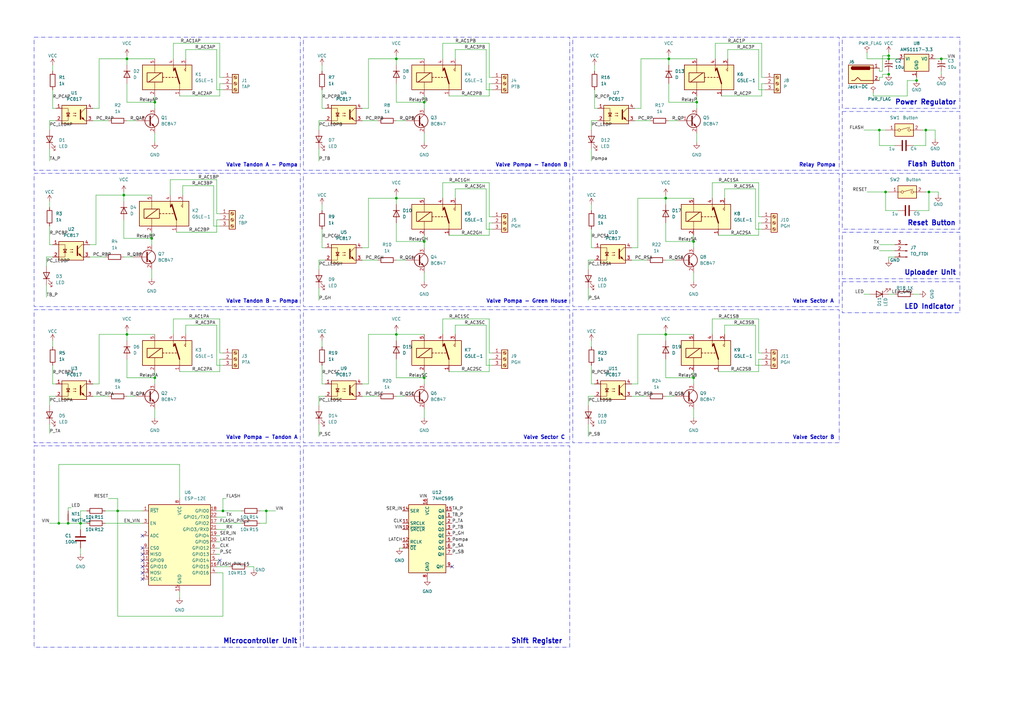
<source format=kicad_sch>
(kicad_sch (version 20230121) (generator eeschema)
  (paper "A3")
  (junction (at 62.23 97.79))
  (junction (at 273.05 81.28))
  (junction (at 52.07 24.13))
  (junction (at 274.32 24.13))
  (junction (at 52.07 137.16))
  (junction (at 162.56 24.13))
  (junction (at 173.99 41.91))
  (junction (at 173.99 99.06))
  (junction (at 284.48 99.06))
  (junction (at 162.56 81.28))
  (junction (at 27.94 214.63))
  (junction (at 379.73 53.34))
  (junction (at 50.8 80.01))
  (junction (at 364.49 24.13))
  (junction (at 285.75 41.91))
  (junction (at 109.22 209.55))
  (junction (at 63.5 41.91))
  (junction (at 364.49 30.48))
  (junction (at 173.99 154.94))
  (junction (at 48.26 209.55))
  (junction (at 24.13 214.63))
  (junction (at 381 78.74))
  (junction (at 375.92 33.02))
  (junction (at 63.5 154.94))
  (junction (at 273.05 137.16))
  (junction (at 364.49 22.86))
  (junction (at 284.48 154.94))
  (junction (at 33.02 214.63))
  (junction (at 363.22 78.74))
  (junction (at 91.44 209.55))
  (junction (at 162.56 137.16))
  (junction (at 386.08 24.13))
  (junction (at 360.68 53.34))
  (no_connect (at 58.42 224.79))
  (no_connect (at 58.42 234.95))
  (no_connect (at 58.42 229.87))
  (no_connect (at 58.42 227.33))
  (no_connect (at 58.42 232.41))
  (no_connect (at 58.42 219.71))
  (no_connect (at 58.42 237.49))
  (no_connect (at 185.42 232.41))
  (no_connect (at 90.17 229.87))
  (wire (pts (xy 52.07 137.16) (xy 52.07 139.7)))
  (wire (pts (xy 76.2 24.13) (xy 76.2 20.32)))
  (wire (pts (xy 284.48 154.94) (xy 273.05 154.94)))
  (wire (pts (xy 261.62 81.28) (xy 273.05 81.28)))
  (wire (pts (xy 88.9 149.86) (xy 91.44 149.86)))
  (wire (pts (xy 364.49 21.59) (xy 364.49 22.86)))
  (wire (pts (xy 35.56 209.55) (xy 33.02 209.55)))
  (wire (pts (xy 294.64 152.4) (xy 311.15 152.4)))
  (wire (pts (xy 76.2 20.32) (xy 88.9 20.32)))
  (wire (pts (xy 76.2 137.16) (xy 76.2 133.35)))
  (wire (pts (xy 312.42 34.29) (xy 313.69 34.29)))
  (wire (pts (xy 200.66 31.75) (xy 201.93 31.75)))
  (wire (pts (xy 50.8 80.01) (xy 50.8 82.55)))
  (wire (pts (xy 292.1 137.16) (xy 292.1 130.81)))
  (wire (pts (xy 90.17 152.4) (xy 90.17 147.32)))
  (wire (pts (xy 311.15 74.93) (xy 311.15 88.9)))
  (wire (pts (xy 69.85 73.66) (xy 88.9 73.66)))
  (wire (pts (xy 20.32 173.99) (xy 20.32 177.8)))
  (wire (pts (xy 186.69 77.47) (xy 199.39 77.47)))
  (wire (pts (xy 295.91 39.37) (xy 312.42 39.37)))
  (wire (pts (xy 293.37 17.78) (xy 312.42 17.78)))
  (wire (pts (xy 88.9 219.71) (xy 90.17 219.71)))
  (wire (pts (xy 181.61 137.16) (xy 181.61 130.81)))
  (wire (pts (xy 63.5 54.61) (xy 63.5 58.42)))
  (wire (pts (xy 48.26 204.47) (xy 48.26 209.55)))
  (wire (pts (xy 40.64 24.13) (xy 40.64 44.45)))
  (wire (pts (xy 132.08 149.86) (xy 132.08 157.48)))
  (wire (pts (xy 88.9 214.63) (xy 99.06 214.63)))
  (wire (pts (xy 297.18 81.28) (xy 297.18 77.47)))
  (wire (pts (xy 181.61 24.13) (xy 181.61 17.78)))
  (wire (pts (xy 151.13 81.28) (xy 162.56 81.28)))
  (wire (pts (xy 162.56 49.53) (xy 166.37 49.53)))
  (wire (pts (xy 241.3 110.49) (xy 241.3 106.68)))
  (wire (pts (xy 87.63 92.71) (xy 90.17 92.71)))
  (wire (pts (xy 360.68 59.69) (xy 360.68 53.34)))
  (wire (pts (xy 50.8 80.01) (xy 62.23 80.01)))
  (wire (pts (xy 88.9 90.17) (xy 90.17 90.17)))
  (wire (pts (xy 361.95 31.75) (xy 361.95 30.48)))
  (wire (pts (xy 372.11 33.02) (xy 375.92 33.02)))
  (wire (pts (xy 39.37 100.33) (xy 36.83 100.33)))
  (wire (pts (xy 354.33 120.65) (xy 356.87 120.65)))
  (wire (pts (xy 386.08 24.13) (xy 388.62 24.13)))
  (wire (pts (xy 274.32 49.53) (xy 278.13 49.53)))
  (wire (pts (xy 262.89 24.13) (xy 274.32 24.13)))
  (wire (pts (xy 162.56 137.16) (xy 173.99 137.16)))
  (wire (pts (xy 311.15 96.52) (xy 311.15 91.44)))
  (wire (pts (xy 50.8 78.74) (xy 50.8 80.01)))
  (wire (pts (xy 364.49 78.74) (xy 363.22 78.74)))
  (wire (pts (xy 309.88 149.86) (xy 312.42 149.86)))
  (wire (pts (xy 74.93 80.01) (xy 74.93 76.2)))
  (wire (pts (xy 44.45 204.47) (xy 48.26 204.47)))
  (wire (pts (xy 358.14 39.37) (xy 372.11 39.37)))
  (wire (pts (xy 273.05 106.68) (xy 276.86 106.68)))
  (wire (pts (xy 186.69 81.28) (xy 186.69 77.47)))
  (wire (pts (xy 199.39 133.35) (xy 199.39 149.86)))
  (wire (pts (xy 274.32 41.91) (xy 274.32 34.29)))
  (wire (pts (xy 162.56 99.06) (xy 162.56 91.44)))
  (wire (pts (xy 101.6 232.41) (xy 104.14 232.41)))
  (wire (pts (xy 130.81 118.11) (xy 130.81 123.19)))
  (wire (pts (xy 364.49 22.86) (xy 364.49 24.13)))
  (wire (pts (xy 243.84 44.45) (xy 245.11 44.45)))
  (wire (pts (xy 162.56 41.91) (xy 162.56 34.29)))
  (wire (pts (xy 151.13 101.6) (xy 148.59 101.6)))
  (wire (pts (xy 173.99 39.37) (xy 173.99 41.91)))
  (wire (pts (xy 132.08 157.48) (xy 133.35 157.48)))
  (wire (pts (xy 200.66 147.32) (xy 201.93 147.32)))
  (wire (pts (xy 21.59 149.86) (xy 21.59 157.48)))
  (wire (pts (xy 241.3 118.11) (xy 241.3 123.19)))
  (wire (pts (xy 130.81 53.34) (xy 130.81 49.53)))
  (wire (pts (xy 241.3 162.56) (xy 243.84 162.56)))
  (wire (pts (xy 309.88 133.35) (xy 309.88 149.86)))
  (wire (pts (xy 284.48 99.06) (xy 273.05 99.06)))
  (wire (pts (xy 63.5 154.94) (xy 52.07 154.94)))
  (wire (pts (xy 21.59 26.67) (xy 21.59 29.21)))
  (wire (pts (xy 379.73 59.69) (xy 379.73 53.34)))
  (wire (pts (xy 311.15 144.78) (xy 312.42 144.78)))
  (wire (pts (xy 361.95 31.75) (xy 360.68 31.75)))
  (wire (pts (xy 200.66 74.93) (xy 200.66 88.9)))
  (wire (pts (xy 243.84 36.83) (xy 243.84 44.45)))
  (wire (pts (xy 285.75 41.91) (xy 274.32 41.91)))
  (wire (pts (xy 181.61 81.28) (xy 181.61 74.93)))
  (wire (pts (xy 173.99 154.94) (xy 173.99 157.48)))
  (wire (pts (xy 151.13 24.13) (xy 162.56 24.13)))
  (wire (pts (xy 130.81 49.53) (xy 133.35 49.53)))
  (wire (pts (xy 63.5 41.91) (xy 52.07 41.91)))
  (wire (pts (xy 69.85 80.01) (xy 69.85 73.66)))
  (wire (pts (xy 381 86.36) (xy 381 78.74)))
  (wire (pts (xy 311.15 147.32) (xy 312.42 147.32)))
  (wire (pts (xy 360.68 31.75) (xy 360.68 33.02)))
  (wire (pts (xy 284.48 167.64) (xy 284.48 171.45)))
  (wire (pts (xy 132.08 26.67) (xy 132.08 29.21)))
  (wire (pts (xy 311.15 88.9) (xy 312.42 88.9)))
  (wire (pts (xy 88.9 217.17) (xy 92.71 217.17)))
  (wire (pts (xy 20.32 100.33) (xy 21.59 100.33)))
  (wire (pts (xy 62.23 110.49) (xy 62.23 114.3)))
  (wire (pts (xy 273.05 80.01) (xy 273.05 81.28)))
  (wire (pts (xy 130.81 166.37) (xy 130.81 162.56)))
  (wire (pts (xy 76.2 133.35) (xy 88.9 133.35)))
  (wire (pts (xy 63.5 152.4) (xy 63.5 154.94)))
  (wire (pts (xy 52.07 49.53) (xy 55.88 49.53)))
  (wire (pts (xy 358.14 39.37) (xy 358.14 38.1)))
  (wire (pts (xy 364.49 105.41) (xy 367.03 105.41)))
  (wire (pts (xy 132.08 36.83) (xy 132.08 44.45)))
  (wire (pts (xy 312.42 39.37) (xy 312.42 34.29)))
  (wire (pts (xy 384.81 80.01) (xy 384.81 78.74)))
  (wire (pts (xy 311.15 36.83) (xy 313.69 36.83)))
  (wire (pts (xy 38.1 162.56) (xy 44.45 162.56)))
  (wire (pts (xy 162.56 24.13) (xy 162.56 26.67)))
  (wire (pts (xy 88.9 229.87) (xy 90.17 229.87)))
  (wire (pts (xy 132.08 139.7) (xy 132.08 142.24)))
  (wire (pts (xy 88.9 224.79) (xy 90.17 224.79)))
  (wire (pts (xy 311.15 130.81) (xy 311.15 144.78)))
  (wire (pts (xy 361.95 29.21) (xy 360.68 29.21)))
  (wire (pts (xy 298.45 20.32) (xy 311.15 20.32)))
  (wire (pts (xy 181.61 130.81) (xy 200.66 130.81)))
  (wire (pts (xy 88.9 95.25) (xy 88.9 90.17)))
  (wire (pts (xy 130.81 173.99) (xy 130.81 179.07)))
  (wire (pts (xy 292.1 74.93) (xy 311.15 74.93)))
  (wire (pts (xy 294.64 96.52) (xy 311.15 96.52)))
  (wire (pts (xy 181.61 17.78) (xy 200.66 17.78)))
  (wire (pts (xy 361.95 30.48) (xy 364.49 30.48)))
  (wire (pts (xy 63.5 154.94) (xy 63.5 157.48)))
  (wire (pts (xy 242.57 53.34) (xy 242.57 49.53)))
  (wire (pts (xy 383.54 53.34) (xy 383.54 57.15)))
  (wire (pts (xy 360.68 100.33) (xy 367.03 100.33)))
  (wire (pts (xy 130.81 60.96) (xy 130.81 66.04)))
  (wire (pts (xy 33.02 224.79) (xy 33.02 227.33)))
  (wire (pts (xy 33.02 214.63) (xy 35.56 214.63)))
  (wire (pts (xy 48.26 209.55) (xy 48.26 252.73)))
  (wire (pts (xy 379.73 53.34) (xy 383.54 53.34)))
  (wire (pts (xy 148.59 106.68) (xy 154.94 106.68)))
  (wire (pts (xy 63.5 39.37) (xy 63.5 41.91)))
  (wire (pts (xy 19.05 105.41) (xy 21.59 105.41)))
  (wire (pts (xy 261.62 137.16) (xy 261.62 157.48)))
  (wire (pts (xy 241.3 166.37) (xy 241.3 162.56)))
  (wire (pts (xy 33.02 214.63) (xy 33.02 217.17)))
  (wire (pts (xy 364.49 29.21) (xy 364.49 30.48)))
  (wire (pts (xy 39.37 80.01) (xy 50.8 80.01)))
  (wire (pts (xy 199.39 149.86) (xy 201.93 149.86)))
  (wire (pts (xy 62.23 97.79) (xy 50.8 97.79)))
  (wire (pts (xy 242.57 49.53) (xy 245.11 49.53)))
  (wire (pts (xy 311.15 91.44) (xy 312.42 91.44)))
  (wire (pts (xy 311.15 20.32) (xy 311.15 36.83)))
  (wire (pts (xy 364.49 120.65) (xy 367.03 120.65)))
  (wire (pts (xy 381 78.74) (xy 384.81 78.74)))
  (wire (pts (xy 88.9 234.95) (xy 91.44 234.95)))
  (wire (pts (xy 309.88 93.98) (xy 312.42 93.98)))
  (wire (pts (xy 38.1 49.53) (xy 44.45 49.53)))
  (wire (pts (xy 132.08 93.98) (xy 132.08 101.6)))
  (wire (pts (xy 284.48 152.4) (xy 284.48 154.94)))
  (wire (pts (xy 261.62 137.16) (xy 273.05 137.16)))
  (wire (pts (xy 20.32 82.55) (xy 20.32 85.09)))
  (wire (pts (xy 242.57 149.86) (xy 242.57 157.48)))
  (wire (pts (xy 311.15 152.4) (xy 311.15 147.32)))
  (wire (pts (xy 173.99 99.06) (xy 173.99 101.6)))
  (wire (pts (xy 375.92 86.36) (xy 381 86.36)))
  (wire (pts (xy 88.9 212.09) (xy 92.71 212.09)))
  (wire (pts (xy 242.57 93.98) (xy 242.57 101.6)))
  (wire (pts (xy 132.08 101.6) (xy 133.35 101.6)))
  (wire (pts (xy 90.17 144.78) (xy 91.44 144.78)))
  (wire (pts (xy 52.07 22.86) (xy 52.07 24.13)))
  (wire (pts (xy 162.56 22.86) (xy 162.56 24.13)))
  (wire (pts (xy 43.18 214.63) (xy 58.42 214.63)))
  (wire (pts (xy 285.75 39.37) (xy 285.75 41.91)))
  (wire (pts (xy 173.99 41.91) (xy 173.99 44.45)))
  (wire (pts (xy 40.64 24.13) (xy 52.07 24.13)))
  (wire (pts (xy 88.9 227.33) (xy 90.17 227.33)))
  (wire (pts (xy 298.45 24.13) (xy 298.45 20.32)))
  (wire (pts (xy 162.56 81.28) (xy 162.56 83.82)))
  (wire (pts (xy 162.56 24.13) (xy 173.99 24.13)))
  (wire (pts (xy 20.32 53.34) (xy 20.32 49.53)))
  (wire (pts (xy 72.39 95.25) (xy 88.9 95.25)))
  (wire (pts (xy 259.08 106.68) (xy 265.43 106.68)))
  (wire (pts (xy 151.13 24.13) (xy 151.13 44.45)))
  (wire (pts (xy 20.32 60.96) (xy 20.32 66.04)))
  (wire (pts (xy 273.05 99.06) (xy 273.05 91.44)))
  (wire (pts (xy 52.07 162.56) (xy 55.88 162.56)))
  (wire (pts (xy 241.3 106.68) (xy 243.84 106.68)))
  (wire (pts (xy 151.13 157.48) (xy 148.59 157.48)))
  (wire (pts (xy 200.66 39.37) (xy 200.66 34.29)))
  (wire (pts (xy 91.44 209.55) (xy 99.06 209.55)))
  (wire (pts (xy 284.48 96.52) (xy 284.48 99.06)))
  (wire (pts (xy 19.05 116.84) (xy 19.05 121.92)))
  (wire (pts (xy 379.73 78.74) (xy 381 78.74)))
  (wire (pts (xy 39.37 80.01) (xy 39.37 100.33)))
  (wire (pts (xy 292.1 81.28) (xy 292.1 74.93)))
  (wire (pts (xy 199.39 20.32) (xy 199.39 36.83)))
  (wire (pts (xy 63.5 41.91) (xy 63.5 44.45)))
  (wire (pts (xy 199.39 77.47) (xy 199.39 93.98)))
  (wire (pts (xy 364.49 24.13) (xy 368.3 24.13)))
  (wire (pts (xy 383.54 24.13) (xy 386.08 24.13)))
  (wire (pts (xy 151.13 81.28) (xy 151.13 101.6)))
  (wire (pts (xy 284.48 154.94) (xy 284.48 157.48)))
  (wire (pts (xy 90.17 34.29) (xy 91.44 34.29)))
  (wire (pts (xy 200.66 17.78) (xy 200.66 31.75)))
  (wire (pts (xy 274.32 24.13) (xy 274.32 26.67)))
  (wire (pts (xy 261.62 101.6) (xy 259.08 101.6)))
  (wire (pts (xy 104.14 232.41) (xy 104.14 233.68)))
  (wire (pts (xy 27.94 214.63) (xy 33.02 214.63)))
  (wire (pts (xy 130.81 110.49) (xy 130.81 106.68)))
  (wire (pts (xy 273.05 135.89) (xy 273.05 137.16)))
  (wire (pts (xy 20.32 49.53) (xy 22.86 49.53)))
  (wire (pts (xy 200.66 96.52) (xy 200.66 91.44)))
  (wire (pts (xy 40.64 137.16) (xy 40.64 157.48)))
  (wire (pts (xy 297.18 137.16) (xy 297.18 133.35)))
  (wire (pts (xy 173.99 41.91) (xy 162.56 41.91)))
  (wire (pts (xy 132.08 83.82) (xy 132.08 86.36)))
  (wire (pts (xy 151.13 137.16) (xy 151.13 157.48)))
  (wire (pts (xy 21.59 36.83) (xy 21.59 44.45)))
  (wire (pts (xy 261.62 81.28) (xy 261.62 101.6)))
  (wire (pts (xy 173.99 54.61) (xy 173.99 58.42)))
  (wire (pts (xy 40.64 44.45) (xy 38.1 44.45)))
  (wire (pts (xy 241.3 173.99) (xy 241.3 179.07)))
  (wire (pts (xy 355.6 21.59) (xy 355.6 24.13)))
  (wire (pts (xy 73.66 152.4) (xy 90.17 152.4)))
  (wire (pts (xy 200.66 34.29) (xy 201.93 34.29)))
  (wire (pts (xy 27.94 208.28) (xy 27.94 209.55)))
  (wire (pts (xy 151.13 137.16) (xy 162.56 137.16)))
  (wire (pts (xy 90.17 31.75) (xy 91.44 31.75)))
  (wire (pts (xy 90.17 147.32) (xy 91.44 147.32)))
  (wire (pts (xy 173.99 96.52) (xy 173.99 99.06)))
  (wire (pts (xy 162.56 80.01) (xy 162.56 81.28)))
  (wire (pts (xy 40.64 137.16) (xy 52.07 137.16)))
  (wire (pts (xy 184.15 152.4) (xy 200.66 152.4)))
  (wire (pts (xy 40.64 157.48) (xy 38.1 157.48)))
  (wire (pts (xy 88.9 87.63) (xy 90.17 87.63)))
  (wire (pts (xy 48.26 209.55) (xy 58.42 209.55)))
  (wire (pts (xy 284.48 111.76) (xy 284.48 115.57)))
  (wire (pts (xy 173.99 154.94) (xy 162.56 154.94)))
  (wire (pts (xy 375.92 31.75) (xy 375.92 33.02)))
  (wire (pts (xy 24.13 214.63) (xy 27.94 214.63)))
  (wire (pts (xy 200.66 144.78) (xy 201.93 144.78)))
  (wire (pts (xy 285.75 54.61) (xy 285.75 58.42)))
  (wire (pts (xy 88.9 36.83) (xy 91.44 36.83)))
  (wire (pts (xy 71.12 24.13) (xy 71.12 17.78)))
  (wire (pts (xy 273.05 154.94) (xy 273.05 147.32)))
  (wire (pts (xy 62.23 95.25) (xy 62.23 97.79)))
  (wire (pts (xy 109.22 214.63) (xy 109.22 209.55)))
  (wire (pts (xy 162.56 162.56) (xy 166.37 162.56)))
  (wire (pts (xy 20.32 162.56) (xy 22.86 162.56)))
  (wire (pts (xy 186.69 137.16) (xy 186.69 133.35)))
  (wire (pts (xy 284.48 99.06) (xy 284.48 101.6)))
  (wire (pts (xy 151.13 44.45) (xy 148.59 44.45)))
  (wire (pts (xy 374.65 120.65) (xy 377.19 120.65)))
  (wire (pts (xy 73.66 242.57) (xy 73.66 245.11)))
  (wire (pts (xy 374.65 59.69) (xy 379.73 59.69)))
  (wire (pts (xy 73.66 204.47) (xy 73.66 190.5)))
  (wire (pts (xy 181.61 74.93) (xy 200.66 74.93)))
  (wire (pts (xy 360.68 102.87) (xy 367.03 102.87)))
  (wire (pts (xy 19.05 109.22) (xy 19.05 105.41)))
  (wire (pts (xy 273.05 137.16) (xy 273.05 139.7)))
  (wire (pts (xy 87.63 76.2) (xy 87.63 92.71)))
  (wire (pts (xy 74.93 76.2) (xy 87.63 76.2)))
  (wire (pts (xy 90.17 17.78) (xy 90.17 31.75)))
  (wire (pts (xy 21.59 157.48) (xy 22.86 157.48)))
  (wire (pts (xy 242.57 83.82) (xy 242.57 86.36)))
  (wire (pts (xy 109.22 209.55) (xy 113.03 209.55)))
  (wire (pts (xy 33.02 209.55) (xy 33.02 214.63)))
  (wire (pts (xy 90.17 39.37) (xy 90.17 34.29)))
  (wire (pts (xy 262.89 24.13) (xy 262.89 44.45)))
  (wire (pts (xy 259.08 162.56) (xy 265.43 162.56)))
  (wire (pts (xy 162.56 137.16) (xy 162.56 139.7)))
  (wire (pts (xy 162.56 81.28) (xy 173.99 81.28)))
  (wire (pts (xy 71.12 130.81) (xy 90.17 130.81)))
  (wire (pts (xy 309.88 77.47) (xy 309.88 93.98)))
  (wire (pts (xy 297.18 133.35) (xy 309.88 133.35)))
  (wire (pts (xy 355.6 78.74) (xy 363.22 78.74)))
  (wire (pts (xy 355.6 24.13) (xy 364.49 24.13)))
  (wire (pts (xy 386.08 29.21) (xy 386.08 30.48)))
  (wire (pts (xy 200.66 130.81) (xy 200.66 144.78)))
  (wire (pts (xy 173.99 167.64) (xy 173.99 171.45)))
  (wire (pts (xy 200.66 152.4) (xy 200.66 147.32)))
  (wire (pts (xy 106.68 214.63) (xy 109.22 214.63)))
  (wire (pts (xy 62.23 97.79) (xy 62.23 100.33)))
  (wire (pts (xy 274.32 24.13) (xy 285.75 24.13)))
  (wire (pts (xy 199.39 36.83) (xy 201.93 36.83)))
  (wire (pts (xy 372.11 39.37) (xy 372.11 33.02)))
  (wire (pts (xy 52.07 135.89) (xy 52.07 137.16)))
  (wire (pts (xy 200.66 88.9) (xy 201.93 88.9)))
  (wire (pts (xy 273.05 81.28) (xy 284.48 81.28)))
  (wire (pts (xy 184.15 96.52) (xy 200.66 96.52)))
  (wire (pts (xy 173.99 152.4) (xy 173.99 154.94)))
  (wire (pts (xy 292.1 130.81) (xy 311.15 130.81)))
  (wire (pts (xy 186.69 24.13) (xy 186.69 20.32)))
  (wire (pts (xy 148.59 162.56) (xy 154.94 162.56)))
  (wire (pts (xy 52.07 24.13) (xy 52.07 26.67)))
  (wire (pts (xy 312.42 31.75) (xy 313.69 31.75)))
  (wire (pts (xy 363.22 78.74) (xy 363.22 86.36)))
  (wire (pts (xy 293.37 24.13) (xy 293.37 17.78)))
  (wire (pts (xy 186.69 133.35) (xy 199.39 133.35)))
  (wire (pts (xy 132.08 44.45) (xy 133.35 44.45)))
  (wire (pts (xy 361.95 22.86) (xy 364.49 22.86)))
  (wire (pts (xy 162.56 154.94) (xy 162.56 147.32)))
  (wire (pts (xy 360.68 29.21) (xy 360.68 27.94)))
  (wire (pts (xy 88.9 232.41) (xy 93.98 232.41)))
  (wire (pts (xy 20.32 92.71) (xy 20.32 100.33)))
  (wire (pts (xy 43.18 209.55) (xy 48.26 209.55)))
  (wire (pts (xy 52.07 41.91) (xy 52.07 34.29)))
  (wire (pts (xy 273.05 162.56) (xy 276.86 162.56)))
  (wire (pts (xy 199.39 93.98) (xy 201.93 93.98)))
  (wire (pts (xy 361.95 29.21) (xy 361.95 22.86)))
  (wire (pts (xy 63.5 167.64) (xy 63.5 171.45)))
  (wire (pts (xy 242.57 157.48) (xy 243.84 157.48)))
  (wire (pts (xy 91.44 252.73) (xy 48.26 252.73)))
  (wire (pts (xy 52.07 24.13) (xy 63.5 24.13)))
  (wire (pts (xy 163.83 224.79) (xy 165.1 224.79)))
  (wire (pts (xy 29.21 208.28) (xy 27.94 208.28)))
  (wire (pts (xy 130.81 162.56) (xy 133.35 162.56)))
  (wire (pts (xy 73.66 190.5) (xy 24.13 190.5)))
  (wire (pts (xy 71.12 17.78) (xy 90.17 17.78)))
  (wire (pts (xy 50.8 105.41) (xy 54.61 105.41)))
  (wire (pts (xy 297.18 77.47) (xy 309.88 77.47)))
  (wire (pts (xy 88.9 73.66) (xy 88.9 87.63)))
  (wire (pts (xy 88.9 20.32) (xy 88.9 36.83)))
  (wire (pts (xy 21.59 44.45) (xy 22.86 44.45)))
  (wire (pts (xy 367.03 59.69) (xy 360.68 59.69)))
  (wire (pts (xy 92.71 204.47) (xy 91.44 204.47)))
  (wire (pts (xy 364.49 106.68) (xy 364.49 105.41)))
  (wire (pts (xy 173.99 99.06) (xy 162.56 99.06)))
  (wire (pts (xy 312.42 17.78) (xy 312.42 31.75)))
  (wire (pts (xy 20.32 214.63) (xy 24.13 214.63)))
  (wire (pts (xy 186.69 20.32) (xy 199.39 20.32)))
  (wire (pts (xy 52.07 137.16) (xy 63.5 137.16)))
  (wire (pts (xy 360.68 53.34) (xy 354.33 53.34)))
  (wire (pts (xy 148.59 49.53) (xy 154.94 49.53)))
  (wire (pts (xy 90.17 130.81) (xy 90.17 144.78)))
  (wire (pts (xy 273.05 81.28) (xy 273.05 83.82)))
  (wire (pts (xy 162.56 106.68) (xy 166.37 106.68)))
  (wire (pts (xy 24.13 190.5) (xy 24.13 214.63)))
  (wire (pts (xy 200.66 91.44) (xy 201.93 91.44)))
  (wire (pts (xy 71.12 137.16) (xy 71.12 130.81)))
  (wire (pts (xy 88.9 133.35) (xy 88.9 149.86)))
  (wire (pts (xy 88.9 209.55) (xy 91.44 209.55)))
  (wire (pts (xy 91.44 234.95) (xy 91.44 252.73)))
  (wire (pts (xy 21.59 139.7) (xy 21.59 142.24)))
  (wire (pts (xy 50.8 97.79) (xy 50.8 90.17)))
  (wire (pts (xy 184.15 39.37) (xy 200.66 39.37)))
  (wire (pts (xy 130.81 106.68) (xy 133.35 106.68)))
  (wire (pts (xy 273.05 137.16) (xy 284.48 137.16)))
  (wire (pts (xy 378.46 53.34) (xy 379.73 53.34)))
  (wire (pts (xy 88.9 222.25) (xy 90.17 222.25)))
  (wire (pts (xy 262.89 44.45) (xy 260.35 44.45)))
  (wire (pts (xy 162.56 135.89) (xy 162.56 137.16)))
  (wire (pts (xy 91.44 204.47) (xy 91.44 209.55)))
  (wire (pts (xy 243.84 26.67) (xy 243.84 29.21)))
  (wire (pts (xy 363.22 86.36) (xy 368.3 86.36)))
  (wire (pts (xy 173.99 111.76) (xy 173.99 115.57)))
  (wire (pts (xy 242.57 139.7) (xy 242.57 142.24)))
  (wire (pts (xy 242.57 101.6) (xy 243.84 101.6)))
  (wire (pts (xy 274.32 22.86) (xy 274.32 24.13)))
  (wire (pts (xy 106.68 209.55) (xy 109.22 209.55)))
  (wire (pts (xy 260.35 49.53) (xy 266.7 49.53)))
  (wire (pts (xy 363.22 53.34) (xy 360.68 53.34)))
  (wire (pts (xy 261.62 157.48) (xy 259.08 157.48)))
  (wire (pts (xy 73.66 39.37) (xy 90.17 39.37)))
  (wire (pts (xy 242.57 60.96) (xy 242.57 66.04)))
  (wire (pts (xy 20.32 166.37) (xy 20.32 162.56)))
  (wire (pts (xy 52.07 154.94) (xy 52.07 147.32)))
  (wire (pts (xy 285.75 41.91) (xy 285.75 44.45)))
  (wire (pts (xy 36.83 105.41) (xy 43.18 105.41)))
  (rectangle (start 345.44 95.25) (end 393.7 114.3) (stroke (width 0) (type dash_dot)))
  (rectangle (start 234.95 127) (end 344.17 181.61) (stroke (width 0) (type dash_dot)))
  (rectangle (start 234.95 71.12) (end 344.17 125.73) (stroke (width 0) (type dash_dot)))
  (rectangle (start 345.44 115.57) (end 393.7 128.27) (stroke (width 0) (type dash_dot)))
  (rectangle (start 13.97 71.12) (end 123.19 125.73) (stroke (width 0) (type dash_dot)))
  (rectangle (start 13.97 182.88) (end 123.19 265.43) (stroke (width 0) (type dash_dot)))
  (rectangle (start 345.44 45.72) (end 393.7 69.85) (stroke (width 0) (type dash_dot)))
  (rectangle (start 124.46 127) (end 233.68 181.61) (stroke (width 0) (type dash_dot)))
  (rectangle (start 345.44 15.24) (end 393.7 44.45) (stroke (width 0) (type dash_dot)))
  (rectangle (start 345.44 71.12) (end 393.7 93.98) (stroke (width 0) (type dash_dot)))
  (rectangle (start 13.97 15.24) (end 123.19 69.85) (stroke (width 0) (type dash_dot)))
  (rectangle (start 234.95 15.24) (end 344.17 69.85) (stroke (width 0) (type dash_dot)))
  (rectangle (start 124.46 15.24) (end 233.68 69.85) (stroke (width 0) (type dash_dot)))
  (rectangle (start 124.46 71.12) (end 233.68 125.73) (stroke (width 0) (type dash_dot)))
  (rectangle (start 124.46 182.88) (end 233.68 265.43) (stroke (width 0) (type dash_dot)))
  (rectangle (start 13.97 127) (end 123.19 181.61) (stroke (width 0) (type dash_dot)))
  (text "Valve Sector C" (at 214.63 180.34 0) (effects (font (size 1.5 1.5) (thickness 0.3) bold) (justify left bottom)))
  (text "Valve Tandon A - Pompa" (at 92.71 68.58 0) (effects (font (size 1.5 1.5) (thickness 0.3) bold) (justify left bottom)))
  (text "Valve Pompa - Tandon A\n" (at 92.71 180.34 0) (effects (font (size 1.5 1.5) (thickness 0.3) bold) (justify left bottom)))
  (text "Valve Tandon B - Pompa" (at 92.71 124.46 0) (effects (font (size 1.5 1.5) (thickness 0.3) bold) (justify left bottom)))
  (text "Reset Button\n" (at 372.11 92.71 0) (effects (font (size 2 2) (thickness 0.4) bold) (justify left bottom)))
  (text "Valve Sector A\n" (at 325.12 124.46 0) (effects (font (size 1.5 1.5) (thickness 0.3) bold) (justify left bottom)))
  (text "Shift Register" (at 209.55 264.16 0) (effects (font (size 2 2) (thickness 0.4) bold) (justify left bottom)))
  (text "Valve Sector B\n" (at 325.12 180.34 0) (effects (font (size 1.5 1.5) (thickness 0.3) bold) (justify left bottom)))
  (text "Relay Pompa" (at 327.66 68.58 0) (effects (font (size 1.5 1.5) (thickness 0.3) bold) (justify left bottom)))
  (text "Flash Button\n" (at 372.11 68.58 0) (effects (font (size 2 2) (thickness 0.4) bold) (justify left bottom)))
  (text "Valve Pompa - Tandon B" (at 203.2 68.58 0) (effects (font (size 1.5 1.5) (thickness 0.3) bold) (justify left bottom)))
  (text "Microcontroller Unit\n" (at 91.44 264.16 0) (effects (font (size 2 2) (thickness 0.4) bold) (justify left bottom)))
  (text "Uploader Unit" (at 370.84 113.03 0) (effects (font (size 2 2) (thickness 0.4) bold) (justify left bottom)))
  (text "Valve Pompa - Green House\n" (at 199.39 124.46 0) (effects (font (size 1.5 1.5) (thickness 0.3) bold) (justify left bottom)))
  (text "Power Regulator" (at 367.03 43.18 0) (effects (font (size 2 2) (thickness 0.4) bold) (justify left bottom)))
  (text "LED Indicator" (at 370.84 127 0) (effects (font (size 2 2) (thickness 0.4) bold) (justify left bottom)))
  (label "LED" (at 29.21 208.28 0))
  (label "R_AC1SC" (at 184.15 130.81 0))
  (label "RESET" (at 355.6 78.74 180))
  (label "CLK" (at 165.1 214.63 180))
  (label "TB_P" (at 19.05 121.92 0))
  (label "R_AC1GH" (at 184.15 74.93 0))
  (label "TA_P" (at 20.32 66.04 0))
  (label "R_AC1PA" (at 77.47 130.81 0))
  (label "R_AC2P" (at 300.99 39.37 0))
  (label "P_SB" (at 185.42 227.33 0))
  (label "P_GH" (at 130.81 123.19 0))
  (label "PC_RSC" (at 149.86 162.56 0))
  (label "PC_LEDPB" (at 130.81 52.07 0))
  (label "SER_IN" (at 165.1 209.55 180))
  (label "PC_RSB" (at 260.35 162.56 0))
  (label "FLASH_PIN_2" (at 90.17 214.63 0))
  (label "RelayPB" (at 167.64 41.91 0))
  (label "VIN" (at 175.26 204.47 180))
  (label "PC_RBP" (at 38.1 105.41 0))
  (label "R_AC3BP" (at 78.74 76.2 0))
  (label "R_AC3PB" (at 190.5 20.32 0))
  (label "P_SA" (at 241.3 123.19 0))
  (label "R_AC3SA" (at 300.99 77.47 0))
  (label "R_AC3GH" (at 190.5 77.47 0))
  (label "R_QP" (at 275.59 49.53 0))
  (label "R_PCP" (at 243.84 40.64 0))
  (label "P_TA" (at 185.42 214.63 0))
  (label "FLASH" (at 354.33 53.34 180))
  (label "R_PCGH" (at 132.08 97.79 0))
  (label "PC_RAP" (at 39.37 49.53 0))
  (label "R_QPA" (at 53.34 162.56 0))
  (label "RelaySB" (at 278.13 154.94 0))
  (label "TB_P" (at 185.42 212.09 0))
  (label "R_AC3AP" (at 80.01 20.32 0))
  (label "PC_RP" (at 261.62 49.53 0))
  (label "P_SC" (at 130.81 179.07 0))
  (label "RelayAP" (at 57.15 41.91 0))
  (label "R_AC2SA" (at 299.72 96.52 0))
  (label "R_AC3SC" (at 190.5 133.35 0))
  (label "PC_LEDSA" (at 241.3 109.22 0))
  (label "PC_RSA" (at 260.35 106.68 0))
  (label "R_QSA" (at 274.32 106.68 0))
  (label "P_SB" (at 241.3 179.07 0))
  (label "RX" (at 92.71 217.17 0))
  (label "RelaySA" (at 278.13 99.06 0))
  (label "SER_IN" (at 90.17 219.71 0))
  (label "R_AC2AP" (at 78.74 39.37 0))
  (label "PC_LEDSC" (at 130.81 165.1 0))
  (label "R_PCPB" (at 132.08 40.64 0))
  (label "LATCH" (at 165.1 222.25 180))
  (label "RESET" (at 44.45 204.47 180))
  (label "LATCH" (at 90.17 222.25 0))
  (label "VIN" (at 113.03 209.55 0))
  (label "R_AC2SB" (at 299.72 152.4 0))
  (label "PC_LEDPA" (at 20.32 165.1 0))
  (label "R_AC2GH" (at 189.23 96.52 0))
  (label "PC_LEDGH" (at 130.81 109.22 0))
  (label "RelayPA" (at 57.15 154.94 0))
  (label "R_QPB" (at 163.83 49.53 0))
  (label "R_QGH" (at 163.83 106.68 0))
  (label "RelayBP" (at 55.88 97.79 0))
  (label "PC_RGH" (at 149.86 106.68 0))
  (label "R_AC2SC" (at 189.23 152.4 0))
  (label "TA_P" (at 185.42 209.55 0))
  (label "RelayP" (at 279.4 41.91 0))
  (label "P_GH" (at 185.42 219.71 0))
  (label "R_QSC" (at 163.83 162.56 0))
  (label "R_AC1AP" (at 74.0083 17.78 0))
  (label "R_AC1P" (at 298.45 17.78 0))
  (label "VIN" (at 388.62 24.13 0))
  (label "P_TA" (at 20.32 177.8 0))
  (label "R_QSB" (at 274.32 162.56 0))
  (label "RelayGH" (at 167.64 99.06 0))
  (label "TX" (at 92.71 212.09 0))
  (label "R_AC3P" (at 302.26 20.32 0))
  (label "P_SA" (at 185.42 224.79 0))
  (label "VIN" (at 20.32 214.63 180))
  (label "R_PCSC" (at 132.08 153.67 0))
  (label "R_AC3SB" (at 300.99 133.35 0))
  (label "P_TB" (at 130.81 66.04 0))
  (label "RX" (at 360.68 102.87 180))
  (label "R_AC1SA" (at 294.64 74.93 0))
  (label "PC_LEDAP" (at 20.32 52.07 0))
  (label "R_PCBP" (at 20.32 96.52 0))
  (label "Pompa" (at 242.57 66.04 0))
  (label "CLK" (at 90.17 224.79 0))
  (label "R_PCSB" (at 242.57 153.67 0))
  (label "PC_RPB" (at 149.86 49.53 0))
  (label "R_AC1SB" (at 294.64 130.81 0))
  (label "R_AC2PA" (at 78.74 152.4 0))
  (label "P_SC" (at 90.17 227.33 0))
  (label "PC_LEDP" (at 242.57 52.07 0))
  (label "R_PCSA" (at 242.57 97.79 0))
  (label "R_AC1PB" (at 186.69 17.78 0))
  (label "FLASH_PIN_15" (at 88.9 232.41 0))
  (label "P_TB" (at 185.42 217.17 0))
  (label "FLASH" (at 92.71 204.47 0))
  (label "TX" (at 360.68 100.33 180))
  (label "PC_LEDBP" (at 19.05 107.95 0))
  (label "EN_VIN" (at 50.8 214.63 0) (property "EN_VIN" "power" (effects hide)))
  (label "PC_RPA" (at 39.37 162.56 0))
  (label "R_AC1BP" (at 81.28 73.66 0))
  (label "R_QBP" (at 52.07 105.41 0))
  (label "R_QAP" (at 53.34 49.53 0))
  (label "R_AC2BP" (at 77.47 95.25 0))
  (label "RelaySC" (at 167.64 154.94 0))
  (label "Pompa" (at 185.42 222.25 0))
  (label "LED" (at 354.33 120.65 180))
  (label "R_AC3PA" (at 80.01 133.35 0))
  (label "R_PCAP" (at 21.59 40.64 0))
  (label "VIN" (at 165.1 217.17 180))
  (label "PC_LEDSB" (at 241.3 165.1 0))
  (label "R_AC2PB" (at 189.23 39.37 0))
  (label "LED_GND" (at 365.76 120.65 0))
  (label "R_PCBPA" (at 21.59 153.67 0))
  (symbol (lib_id "Device:R") (at 158.75 162.56 90) (unit 1)
    (property "Reference" "R20" (at 158.75 156.21 90))
    (property "Value" "1k" (at 158.75 158.75 90))
    (property "Footprint" "Resistor_SMD:R_1206_3216Metric_Pad1.30x1.75mm_HandSolder" (effects hide))
  )
  (symbol (lib_id "Transistor_BJT:BC847") (at 281.94 162.56 0) (unit 1)
    (property "Reference" "Q9" (at 287.02 161.29 0) (effects (justify left)))
    (property "Value" "BC847" (at 287.02 163.83 0) (effects (justify left)))
    (property "Footprint" "Package_TO_SOT_SMD:SOT-23" (effects hide))
    (property "Datasheet" "http://www.infineon.com/dgdl/Infineon-BC847SERIES_BC848SERIES_BC849SERIES_BC850SERIES-DS-v01_01-en.pdf?fileId=db3a304314dca389011541d4630a1657" (effects hide))
  )
  (symbol (lib_id "power:VCC") (at 274.32 22.86 0) (unit 1)
    (property "Reference" "#PWR020" (effects hide))
    (property "Value" "VCC" (at 274.32 17.78 0))
  )
  (symbol (lib_id "Device:D") (at 162.56 143.51 270) (unit 1)
    (property "Reference" "D15" (at 165.1 142.24 90) (effects (justify left)))
    (property "Value" "D" (at 165.1 144.78 90) (effects (justify left)))
    (property "Footprint" "Diode_SMD:D_SMA_Handsoldering" (effects hide))
    (property "Sim.Device" "D" (effects hide))
    (property "Sim.Pins" "1=K 2=A" (effects hide))
  )
  (symbol (lib_id "power:GND") (at 364.49 30.48 0) (unit 1)
    (property "Reference" "#PWR022" (effects hide))
    (property "Value" "GND" (at 364.49 34.29 0))
  )
  (symbol (lib_id "Device:R") (at 242.57 146.05 0) (unit 1)
    (property "Reference" "R23" (at 245.11 144.78 0) (effects (justify left)))
    (property "Value" "1k" (at 245.11 147.32 0) (effects (justify left)))
    (property "Footprint" "Resistor_SMD:R_1206_3216Metric_Pad1.30x1.75mm_HandSolder" (effects hide))
  )
  (symbol (lib_id "Relay:G5LE-1") (at 289.56 144.78 0) (unit 1)
    (property "Reference" "K9" (at 300.99 143.51 0) (effects (justify left)))
    (property "Value" "G5LE-1" (at 300.99 146.05 0) (effects (justify left)))
    (property "Footprint" "Relay_THT:Relay_SPDT_Omron-G5LE-1" (effects hide))
    (property "Datasheet" "http://www.omron.com/ecb/products/pdf/en-g5le.pdf" (effects hide))
  )
  (symbol (lib_id "Connector:Screw_Terminal_01x03") (at 95.25 90.17 0) (unit 1)
    (property "Reference" "J2" (at 97.79 88.9 0) (effects (justify left)))
    (property "Value" "TBP" (at 97.79 91.44 0) (effects (justify left)))
    (property "Footprint" "TerminalBlock:TerminalBlock_bornier-3_P5.08mm" (effects hide))
  )
  (symbol (lib_id "Relay:G5LE-1") (at 290.83 31.75 0) (unit 1)
    (property "Reference" "K6" (at 302.26 30.48 0) (effects (justify left)))
    (property "Value" "G5LE-1" (at 302.26 33.02 0) (effects (justify left)))
    (property "Footprint" "Relay_THT:Relay_SPDT_Omron-G5LE-1" (effects hide))
    (property "Datasheet" "http://www.omron.com/ecb/products/pdf/en-g5le.pdf" (effects hide))
  )
  (symbol (lib_id "Device:R") (at 102.87 209.55 90) (unit 1)
    (property "Reference" "R14" (at 104.14 212.09 90))
    (property "Value" "10k" (at 100.33 212.09 90))
    (property "Footprint" "Resistor_SMD:R_1206_3216Metric_Pad1.30x1.75mm_HandSolder" (effects hide))
  )
  (symbol (lib_id "Device:LED") (at 20.32 57.15 90) (unit 1)
    (property "Reference" "D1" (at 24.13 57.4675 90) (effects (justify right)))
    (property "Value" "LED" (at 24.13 60.0075 90) (effects (justify right)))
    (property "Footprint" "LED_SMD:LED_1206_3216Metric_Pad1.42x1.75mm_HandSolder" (effects hide))
  )
  (symbol (lib_id "Regulator_Linear:AMS1117-3.3") (at 375.92 24.13 0) (unit 1)
    (property "Reference" "U8" (at 375.92 17.78 0))
    (property "Value" "AMS1117-3.3" (at 375.92 20.32 0))
    (property "Footprint" "Package_TO_SOT_SMD:SOT-223-3_TabPin2" (effects hide))
    (property "Datasheet" "http://www.advanced-monolithic.com/pdf/ds1117.pdf" (effects hide))
  )
  (symbol (lib_id "Device:D") (at 52.07 143.51 270) (unit 1)
    (property "Reference" "D6" (at 54.61 142.24 90) (effects (justify left)))
    (property "Value" "D" (at 54.61 144.78 90) (effects (justify left)))
    (property "Footprint" "Diode_SMD:D_SMA_Handsoldering" (effects hide))
    (property "Sim.Device" "D" (effects hide))
    (property "Sim.Pins" "1=K 2=A" (effects hide))
  )
  (symbol (lib_id "Switch:SW_DIP_x01") (at 370.84 53.34 0) (unit 1)
    (property "Reference" "SW1" (at 367.03 48.26 0))
    (property "Value" "Button" (at 373.38 48.26 0))
    (property "Footprint" "Button_Switch_SMD:SW_Push_1P1T_NO_CK_KSC6xxJ" (effects hide))
  )
  (symbol (lib_id "Isolator:PC817") (at 140.97 104.14 0) (unit 1)
    (property "Reference" "U5" (at 140.97 95.25 0))
    (property "Value" "PC817" (at 140.97 97.79 0))
    (property "Footprint" "Package_DIP:DIP-4_W7.62mm" (effects hide))
    (property "Datasheet" "http://www.soselectronic.cz/a_info/resource/d/pc817.pdf" (effects hide))
  )
  (symbol (lib_id "Device:C_Polarized_Small_US") (at 364.49 26.67 0) (unit 1)
    (property "Reference" "C2" (at 367.03 24.9682 0) (effects (justify left)))
    (property "Value" "10u" (at 367.03 27.5082 0) (effects (justify left)))
    (property "Footprint" "Capacitor_SMD:CP_Elec_4x5.3" (effects hide))
  )
  (symbol (lib_id "power:VCC") (at 242.57 139.7 0) (unit 1)
    (property "Reference" "#PWR036" (effects hide))
    (property "Value" "VCC" (at 242.57 135.89 0))
  )
  (symbol (lib_id "power:VCC") (at 21.59 139.7 0) (unit 1)
    (property "Reference" "#PWR07" (effects hide))
    (property "Value" "VCC" (at 21.59 135.89 0))
  )
  (symbol (lib_id "Isolator:PC817") (at 30.48 46.99 0) (unit 1)
    (property "Reference" "U1" (at 30.48 38.1 0))
    (property "Value" "PC817" (at 30.48 40.64 0))
    (property "Footprint" "Package_DIP:DIP-4_W7.62mm" (effects hide))
    (property "Datasheet" "http://www.soselectronic.cz/a_info/resource/d/pc817.pdf" (effects hide))
  )
  (symbol (lib_id "power:GND") (at 173.99 58.42 0) (unit 1)
    (property "Reference" "#PWR012" (effects hide))
    (property "Value" "GND" (at 173.99 63.5 0))
  )
  (symbol (lib_id "Isolator:PC817") (at 29.21 102.87 0) (unit 1)
    (property "Reference" "U2" (at 29.21 93.98 0))
    (property "Value" "PC817" (at 29.21 96.52 0))
    (property "Footprint" "Package_DIP:DIP-4_W7.62mm" (effects hide))
    (property "Datasheet" "http://www.soselectronic.cz/a_info/resource/d/pc817.pdf" (effects hide))
  )
  (symbol (lib_id "Transistor_BJT:BC847") (at 60.96 49.53 0) (unit 1)
    (property "Reference" "Q1" (at 66.04 48.26 0) (effects (justify left)))
    (property "Value" "BC847" (at 66.04 50.8 0) (effects (justify left)))
    (property "Footprint" "Package_TO_SOT_SMD:SOT-23" (effects hide))
    (property "Datasheet" "http://www.infineon.com/dgdl/Infineon-BC847SERIES_BC848SERIES_BC849SERIES_BC850SERIES-DS-v01_01-en.pdf?fileId=db3a304314dca389011541d4630a1657" (effects hide))
  )
  (symbol (lib_id "Transistor_BJT:BC847") (at 171.45 49.53 0) (unit 1)
    (property "Reference" "Q3" (at 176.53 48.26 0) (effects (justify left)))
    (property "Value" "BC847" (at 176.53 50.8 0) (effects (justify left)))
    (property "Footprint" "Package_TO_SOT_SMD:SOT-23" (effects hide))
    (property "Datasheet" "http://www.infineon.com/dgdl/Infineon-BC847SERIES_BC848SERIES_BC849SERIES_BC850SERIES-DS-v01_01-en.pdf?fileId=db3a304314dca389011541d4630a1657" (effects hide))
  )
  (symbol (lib_id "Device:D") (at 50.8 86.36 270) (unit 1)
    (property "Reference" "D4" (at 53.34 85.09 90) (effects (justify left)))
    (property "Value" "D" (at 53.34 87.63 90) (effects (justify left)))
    (property "Footprint" "Diode_SMD:D_SMA_Handsoldering" (effects hide))
    (property "Sim.Device" "D" (effects hide))
    (property "Sim.Pins" "1=K 2=A" (effects hide))
  )
  (symbol (lib_id "power:GND") (at 63.5 58.42 0) (unit 1)
    (property "Reference" "#PWR02" (effects hide))
    (property "Value" "GND" (at 63.5 63.5 0))
  )
  (symbol (lib_id "Device:NetTie_2") (at 27.94 212.09 90) (unit 1) (in_bom no)
    (property "Reference" "NT1" (at 29.21 210.82 90) (effects (justify right)))
    (property "Value" "NetTie_2" (at 29.21 213.36 90) (effects (justify right)))
    (property "Footprint" "NetTie:NetTie-2_THT_Pad0.3mm" (effects hide))
  )
  (symbol (lib_id "Device:LED") (at 241.3 170.18 90) (unit 1)
    (property "Reference" "D18" (at 245.11 170.4975 90) (effects (justify right)))
    (property "Value" "LED" (at 245.11 173.0375 90) (effects (justify right)))
    (property "Footprint" "LED_SMD:LED_1206_3216Metric_Pad1.42x1.75mm_HandSolder" (effects hide))
  )
  (symbol (lib_id "power:GND") (at 173.99 115.57 0) (unit 1)
    (property "Reference" "#PWR015" (effects hide))
    (property "Value" "GND" (at 173.99 120.65 0))
  )
  (symbol (lib_id "Device:R") (at 370.84 120.65 270) (unit 1)
    (property "Reference" "R18" (at 369.57 118.11 90))
    (property "Value" "1K" (at 373.38 118.11 90))
    (property "Footprint" "Resistor_SMD:R_1206_3216Metric_Pad1.30x1.75mm_HandSolder" (effects hide))
  )
  (symbol (lib_id "power:VCC") (at 273.05 80.01 0) (unit 1)
    (property "Reference" "#PWR034" (effects hide))
    (property "Value" "VCC" (at 273.05 74.93 0))
  )
  (symbol (lib_id "power:GND") (at 175.26 237.49 0) (unit 1)
    (property "Reference" "#PWR039" (effects hide))
    (property "Value" "GND" (at 175.26 242.57 0))
  )
  (symbol (lib_id "Transistor_BJT:BC847") (at 283.21 49.53 0) (unit 1)
    (property "Reference" "Q5" (at 288.29 48.26 0) (effects (justify left)))
    (property "Value" "BC847" (at 288.29 50.8 0) (effects (justify left)))
    (property "Footprint" "Package_TO_SOT_SMD:SOT-23" (effects hide))
    (property "Datasheet" "http://www.infineon.com/dgdl/Infineon-BC847SERIES_BC848SERIES_BC849SERIES_BC850SERIES-DS-v01_01-en.pdf?fileId=db3a304314dca389011541d4630a1657" (effects hide))
  )
  (symbol (lib_id "74xx:74HC595") (at 175.26 219.71 0) (unit 1)
    (property "Reference" "U12" (at 177.2159 201.93 0) (effects (justify left)))
    (property "Value" "74HC595" (at 177.2159 204.47 0) (effects (justify left)))
    (property "Footprint" "Package_SO:SOIC-16_3.9x9.9mm_P1.27mm" (effects hide))
    (property "Datasheet" "http://www.ti.com/lit/ds/symlink/sn74hc595.pdf" (effects hide))
  )
  (symbol (lib_id "Device:R") (at 21.59 146.05 0) (unit 1)
    (property "Reference" "R5" (at 24.13 144.78 0) (effects (justify left)))
    (property "Value" "1k" (at 24.13 147.32 0) (effects (justify left)))
    (property "Footprint" "Resistor_SMD:R_1206_3216Metric_Pad1.30x1.75mm_HandSolder" (effects hide))
  )
  (symbol (lib_id "Isolator:PC817") (at 251.46 104.14 0) (unit 1)
    (property "Reference" "U10" (at 251.46 95.25 0))
    (property "Value" "PC817" (at 251.46 97.79 0))
    (property "Footprint" "Package_DIP:DIP-4_W7.62mm" (effects hide))
    (property "Datasheet" "http://www.soselectronic.cz/a_info/resource/d/pc817.pdf" (effects hide))
  )
  (symbol (lib_id "Connector:Screw_Terminal_01x03") (at 207.01 34.29 0) (unit 1)
    (property "Reference" "J4" (at 209.55 33.02 0) (effects (justify left)))
    (property "Value" "PTB" (at 209.55 35.56 0) (effects (justify left)))
    (property "Footprint" "TerminalBlock:TerminalBlock_bornier-3_P5.08mm" (effects hide))
  )
  (symbol (lib_id "power:VCC") (at 162.56 80.01 0) (unit 1)
    (property "Reference" "#PWR014" (effects hide))
    (property "Value" "VCC" (at 162.56 74.93 0))
  )
  (symbol (lib_id "power:GND") (at 285.75 58.42 0) (unit 1)
    (property "Reference" "#PWR024" (effects hide))
    (property "Value" "GND" (at 285.75 63.5 0))
  )
  (symbol (lib_id "Connector:Jack-DC") (at 353.06 30.48 0) (unit 1)
    (property "Reference" "J6" (at 349.25 25.4 0))
    (property "Value" "Jack-DC" (at 351.79 35.56 0))
    (property "Footprint" "Connector_BarrelJack:BarrelJack_SwitchcraftConxall_RAPC10U_Horizontal" (effects hide))
  )
  (symbol (lib_id "Connector:Screw_Terminal_01x03") (at 96.52 34.29 0) (unit 1)
    (property "Reference" "J1" (at 99.06 33.02 0) (effects (justify left)))
    (property "Value" "TAP" (at 99.06 35.56 0) (effects (justify left)))
    (property "Footprint" "TerminalBlock:TerminalBlock_bornier-3_P5.08mm" (effects hide))
  )
  (symbol (lib_id "Connector:Screw_Terminal_01x03") (at 317.5 147.32 0) (unit 1)
    (property "Reference" "J11" (at 320.04 146.05 0) (effects (justify left)))
    (property "Value" "PGH" (at 320.04 148.59 0) (effects (justify left)))
    (property "Footprint" "TerminalBlock:TerminalBlock_bornier-3_P5.08mm" (effects hide))
  )
  (symbol (lib_id "power:PWR_FLAG") (at 355.6 21.59 0) (unit 1)
    (property "Reference" "#FLG01" (effects hide))
    (property "Value" "PWR_FLAG" (at 356.87 17.78 0))
  )
  (symbol (lib_id "Connector:Screw_Terminal_01x03") (at 207.01 91.44 0) (unit 1)
    (property "Reference" "J5" (at 209.55 90.17 0) (effects (justify left)))
    (property "Value" "PGH" (at 209.55 92.71 0) (effects (justify left)))
    (property "Footprint" "TerminalBlock:TerminalBlock_bornier-3_P5.08mm" (effects hide))
  )
  (symbol (lib_id "Device:R") (at 242.57 90.17 0) (unit 1)
    (property "Reference" "R21" (at 245.11 88.9 0) (effects (justify left)))
    (property "Value" "1k" (at 245.11 91.44 0) (effects (justify left)))
    (property "Footprint" "Resistor_SMD:R_1206_3216Metric_Pad1.30x1.75mm_HandSolder" (effects hide))
  )
  (symbol (lib_id "Device:R") (at 269.24 162.56 90) (unit 1)
    (property "Reference" "R24" (at 269.24 156.21 90))
    (property "Value" "1k" (at 269.24 158.75 90))
    (property "Footprint" "Resistor_SMD:R_1206_3216Metric_Pad1.30x1.75mm_HandSolder" (effects hide))
  )
  (symbol (lib_id "Device:R") (at 132.08 90.17 0) (unit 1)
    (property "Reference" "R9" (at 134.62 88.9 0) (effects (justify left)))
    (property "Value" "1k" (at 134.62 91.44 0) (effects (justify left)))
    (property "Footprint" "Resistor_SMD:R_1206_3216Metric_Pad1.30x1.75mm_HandSolder" (effects hide))
  )
  (symbol (lib_id "Device:R") (at 48.26 162.56 90) (unit 1)
    (property "Reference" "R6" (at 48.26 156.21 90))
    (property "Value" "1k" (at 48.26 158.75 90))
    (property "Footprint" "Resistor_SMD:R_1206_3216Metric_Pad1.30x1.75mm_HandSolder" (effects hide))
  )
  (symbol (lib_id "power:VCC") (at 364.49 21.59 0) (unit 1)
    (property "Reference" "#PWR021" (effects hide))
    (property "Value" "VCC" (at 364.49 17.78 0))
  )
  (symbol (lib_id "Device:D") (at 162.56 87.63 270) (unit 1)
    (property "Reference" "D10" (at 165.1 86.36 90) (effects (justify left)))
    (property "Value" "D" (at 165.1 88.9 90) (effects (justify left)))
    (property "Footprint" "Diode_SMD:D_SMA_Handsoldering" (effects hide))
    (property "Sim.Device" "D" (effects hide))
    (property "Sim.Pins" "1=K 2=A" (effects hide))
  )
  (symbol (lib_id "power:GND") (at 163.83 224.79 0) (unit 1)
    (property "Reference" "#PWR040" (effects hide))
    (property "Value" "GND" (at 163.83 229.87 0))
  )
  (symbol (lib_id "power:GND") (at 384.81 80.01 0) (unit 1)
    (property "Reference" "#PWR029" (effects hide))
    (property "Value" "GND" (at 384.81 83.82 0))
  )
  (symbol (lib_id "power:GND") (at 284.48 115.57 0) (unit 1)
    (property "Reference" "#PWR035" (effects hide))
    (property "Value" "GND" (at 284.48 120.65 0))
  )
  (symbol (lib_id "Device:D") (at 274.32 30.48 270) (unit 1)
    (property "Reference" "D13" (at 276.86 29.21 90) (effects (justify left)))
    (property "Value" "D" (at 276.86 31.75 90) (effects (justify left)))
    (property "Footprint" "Diode_SMD:D_SMA_Handsoldering" (effects hide))
    (property "Sim.Device" "D" (effects hide))
    (property "Sim.Pins" "1=K 2=A" (effects hide))
  )
  (symbol (lib_id "Device:LED") (at 130.81 114.3 90) (unit 1)
    (property "Reference" "D9" (at 134.62 114.6175 90) (effects (justify right)))
    (property "Value" "LED" (at 134.62 117.1575 90) (effects (justify right)))
    (property "Footprint" "LED_SMD:LED_1206_3216Metric_Pad1.42x1.75mm_HandSolder" (effects hide))
  )
  (symbol (lib_id "Transistor_BJT:BC847") (at 171.45 106.68 0) (unit 1)
    (property "Reference" "Q4" (at 176.53 105.41 0) (effects (justify left)))
    (property "Value" "BC847" (at 176.53 107.95 0) (effects (justify left)))
    (property "Footprint" "Package_TO_SOT_SMD:SOT-23" (effects hide))
    (property "Datasheet" "http://www.infineon.com/dgdl/Infineon-BC847SERIES_BC848SERIES_BC849SERIES_BC850SERIES-DS-v01_01-en.pdf?fileId=db3a304314dca389011541d4630a1657" (effects hide))
  )
  (symbol (lib_id "Device:C") (at 372.11 86.36 270) (unit 1)
    (property "Reference" "C5" (at 374.65 87.63 90) (effects (justify left)))
    (property "Value" "1u" (at 365.76 87.63 90) (effects (justify left)))
    (property "Footprint" "Capacitor_SMD:C_1206_3216Metric_Pad1.33x1.80mm_HandSolder" (effects hide))
  )
  (symbol (lib_id "Relay:G5LE-1") (at 179.07 88.9 0) (unit 1)
    (property "Reference" "K5" (at 190.5 87.63 0) (effects (justify left)))
    (property "Value" "G5LE-1" (at 190.5 90.17 0) (effects (justify left)))
    (property "Footprint" "Relay_THT:Relay_SPDT_Omron-G5LE-1" (effects hide))
    (property "Datasheet" "http://www.omron.com/ecb/products/pdf/en-g5le.pdf" (effects hide))
  )
  (symbol (lib_id "Device:C") (at 33.02 220.98 0) (unit 1)
    (property "Reference" "C1" (at 26.67 219.71 0) (effects (justify left)))
    (property "Value" "100n" (at 26.67 222.25 0) (effects (justify left)))
    (property "Footprint" "Capacitor_SMD:C_1206_3216Metric_Pad1.33x1.80mm_HandSolder" (effects hide))
  )
  (symbol (lib_id "power:VCC") (at 132.08 139.7 0) (unit 1)
    (property "Reference" "#PWR030" (effects hide))
    (property "Value" "VCC" (at 132.08 135.89 0))
  )
  (symbol (lib_id "power:GND") (at 383.54 57.15 0) (unit 1)
    (property "Reference" "#PWR028" (effects hide))
    (property "Value" "GND" (at 383.54 60.96 0))
  )
  (symbol (lib_id "Isolator:PC817") (at 140.97 160.02 0) (unit 1)
    (property "Reference" "U9" (at 140.97 151.13 0))
    (property "Value" "PC817" (at 140.97 153.67 0))
    (property "Footprint" "Package_DIP:DIP-4_W7.62mm" (effects hide))
    (property "Datasheet" "http://www.soselectronic.cz/a_info/resource/d/pc817.pdf" (effects hide))
  )
  (symbol (lib_id "power:GND") (at 284.48 171.45 0) (unit 1)
    (property "Reference" "#PWR038" (effects hide))
    (property "Value" "GND" (at 284.48 176.53 0))
  )
  (symbol (lib_id "Transistor_BJT:BC847") (at 281.94 106.68 0) (unit 1)
    (property "Reference" "Q8" (at 287.02 105.41 0) (effects (justify left)))
    (property "Value" "BC847" (at 287.02 107.95 0) (effects (justify left)))
    (property "Footprint" "Package_TO_SOT_SMD:SOT-23" (effects hide))
    (property "Datasheet" "http://www.infineon.com/dgdl/Infineon-BC847SERIES_BC848SERIES_BC849SERIES_BC850SERIES-DS-v01_01-en.pdf?fileId=db3a304314dca389011541d4630a1657" (effects hide))
  )
  (symbol (lib_id "Device:LED") (at 242.57 57.15 90) (unit 1)
    (property "Reference" "D12" (at 246.38 57.4675 90) (effects (justify right)))
    (property "Value" "LED" (at 246.38 60.0075 90) (effects (justify right)))
    (property "Footprint" "LED_SMD:LED_1206_3216Metric_Pad1.42x1.75mm_HandSolder" (effects hide))
  )
  (symbol (lib_id "power:GND") (at 104.14 233.68 0) (unit 1)
    (property "Reference" "#PWR018" (effects hide))
    (property "Value" "GND" (at 106.68 233.68 0))
  )
  (symbol (lib_id "Transistor_BJT:BC847") (at 60.96 162.56 0) (unit 1)
    (property "Reference" "Q2" (at 66.04 161.29 0) (effects (justify left)))
    (property "Value" "BC847" (at 66.04 163.83 0) (effects (justify left)))
    (property "Footprint" "Package_TO_SOT_SMD:SOT-23" (effects hide))
    (property "Datasheet" "http://www.infineon.com/dgdl/Infineon-BC847SERIES_BC848SERIES_BC849SERIES_BC850SERIES-DS-v01_01-en.pdf?fileId=db3a304314dca389011541d4630a1657" (effects hide))
  )
  (symbol (lib_id "power:VCC") (at 132.08 26.67 0) (unit 1)
    (property "Reference" "#PWR010" (effects hide))
    (property "Value" "VCC" (at 132.08 22.86 0))
  )
  (symbol (lib_id "Device:R") (at 158.75 106.68 90) (unit 1)
    (property "Reference" "R10" (at 158.75 100.33 90))
    (property "Value" "1k" (at 158.75 102.87 90))
    (property "Footprint" "Resistor_SMD:R_1206_3216Metric_Pad1.30x1.75mm_HandSolder" (effects hide))
  )
  (symbol (lib_id "Isolator:PC817") (at 140.97 46.99 0) (unit 1)
    (property "Reference" "U4" (at 140.97 38.1 0))
    (property "Value" "PC817" (at 140.97 40.64 0))
    (property "Footprint" "Package_DIP:DIP-4_W7.62mm" (effects hide))
    (property "Datasheet" "http://www.soselectronic.cz/a_info/resource/d/pc817.pdf" (effects hide))
  )
  (symbol (lib_id "Device:R") (at 21.59 33.02 0) (unit 1)
    (property "Reference" "R1" (at 24.13 31.75 0) (effects (justify left)))
    (property "Value" "1k" (at 24.13 34.29 0) (effects (justify left)))
    (property "Footprint" "Resistor_SMD:R_1206_3216Metric_Pad1.30x1.75mm_HandSolder" (effects hide))
  )
  (symbol (lib_id "Device:D") (at 273.05 87.63 270) (unit 1)
    (property "Reference" "D17" (at 275.59 86.36 90) (effects (justify left)))
    (property "Value" "D" (at 275.59 88.9 90) (effects (justify left)))
    (property "Footprint" "Diode_SMD:D_SMA_Handsoldering" (effects hide))
    (property "Sim.Device" "D" (effects hide))
    (property "Sim.Pins" "1=K 2=A" (effects hide))
  )
  (symbol (lib_id "Device:LED") (at 241.3 114.3 90) (unit 1)
    (property "Reference" "D16" (at 245.11 114.6175 90) (effects (justify right)))
    (property "Value" "LED" (at 245.11 117.1575 90) (effects (justify right)))
    (property "Footprint" "LED_SMD:LED_1206_3216Metric_Pad1.42x1.75mm_HandSolder" (effects hide))
  )
  (symbol (lib_id "Device:R") (at 20.32 88.9 0) (unit 1)
    (property "Reference" "R3" (at 22.86 87.63 0) (effects (justify left)))
    (property "Value" "1k" (at 22.86 90.17 0) (effects (justify left)))
    (property "Footprint" "Resistor_SMD:R_1206_3216Metric_Pad1.30x1.75mm_HandSolder" (effects hide))
  )
  (symbol (lib_id "Device:R") (at 243.84 33.02 0) (unit 1)
    (property "Reference" "R16" (at 246.38 31.75 0) (effects (justify left)))
    (property "Value" "1k" (at 246.38 34.29 0) (effects (justify left)))
    (property "Footprint" "Resistor_SMD:R_1206_3216Metric_Pad1.30x1.75mm_HandSolder" (effects hide))
  )
  (symbol (lib_id "Isolator:PC817") (at 251.46 160.02 0) (unit 1)
    (property "Reference" "U11" (at 251.46 151.13 0))
    (property "Value" "PC817" (at 251.46 153.67 0))
    (property "Footprint" "Package_DIP:DIP-4_W7.62mm" (effects hide))
    (property "Datasheet" "http://www.soselectronic.cz/a_info/resource/d/pc817.pdf" (effects hide))
  )
  (symbol (lib_id "power:VCC") (at 162.56 135.89 0) (unit 1)
    (property "Reference" "#PWR031" (effects hide))
    (property "Value" "VCC" (at 162.56 130.81 0))
  )
  (symbol (lib_id "Device:LED") (at 19.05 113.03 90) (unit 1)
    (property "Reference" "D3" (at 22.86 113.3475 90) (effects (justify right)))
    (property "Value" "LED" (at 22.86 115.8875 90) (effects (justify right)))
    (property "Footprint" "LED_SMD:LED_1206_3216Metric_Pad1.42x1.75mm_HandSolder" (effects hide))
  )
  (symbol (lib_id "Device:R") (at 102.87 214.63 90) (unit 1)
    (property "Reference" "R15" (at 104.14 217.17 90))
    (property "Value" "10k" (at 100.33 217.17 90))
    (property "Footprint" "Resistor_SMD:R_1206_3216Metric_Pad1.30x1.75mm_HandSolder" (effects hide))
  )
  (symbol (lib_id "Device:LED") (at 360.68 120.65 180) (unit 1)
    (property "Reference" "D11" (at 360.68 125.73 90) (effects (justify right)))
    (property "Value" "LED" (at 363.22 125.73 90) (effects (justify right)))
    (property "Footprint" "LED_SMD:LED_1206_3216Metric_Pad1.42x1.75mm_HandSolder" (effects hide))
  )
  (symbol (lib_id "Device:D") (at 52.07 30.48 270) (unit 1)
    (property "Reference" "D2" (at 54.61 29.21 90) (effects (justify left)))
    (property "Value" "D" (at 54.61 31.75 90) (effects (justify left)))
    (property "Footprint" "Diode_SMD:D_SMA_Handsoldering" (effects hide))
    (property "Sim.Device" "D" (effects hide))
    (property "Sim.Pins" "1=K 2=A" (effects hide))
  )
  (symbol (lib_id "Device:R") (at 39.37 214.63 90) (unit 1)
    (property "Reference" "R12" (at 40.64 217.17 90))
    (property "Value" "10k" (at 36.83 217.17 90))
    (property "Footprint" "Resistor_SMD:R_1206_3216Metric_Pad1.30x1.75mm_HandSolder" (effects hide))
  )
  (symbol (lib_id "Device:C_Polarized_Small_US") (at 386.08 26.67 0) (unit 1)
    (property "Reference" "C3" (at 388.62 24.9682 0) (effects (justify left)))
    (property "Value" "10u" (at 388.62 27.5082 0) (effects (justify left)))
    (property "Footprint" "Capacitor_SMD:CP_Elec_4x5.3" (effects hide))
  )
  (symbol (lib_id "Connector:Screw_Terminal_01x03") (at 318.77 34.29 0) (unit 1)
    (property "Reference" "J8" (at 321.31 33.02 0) (effects (justify left)))
    (property "Value" "P" (at 321.31 35.56 0) (effects (justify left)))
    (property "Footprint" "TerminalBlock:TerminalBlock_bornier-3_P5.08mm" (effects hide))
  )
  (symbol (lib_id "Device:R") (at 48.26 49.53 90) (unit 1)
    (property "Reference" "R2" (at 48.26 43.18 90))
    (property "Value" "1k" (at 48.26 45.72 90))
    (property "Footprint" "Resistor_SMD:R_1206_3216Metric_Pad1.30x1.75mm_HandSolder" (effects hide))
  )
  (symbol (lib_id "Transistor_BJT:BC847") (at 59.69 105.41 0) (unit 1)
    (property "Reference" "Q7" (at 64.77 104.14 0) (effects (justify left)))
    (property "Value" "BC847" (at 64.77 106.68 0) (effects (justify left)))
    (property "Footprint" "Package_TO_SOT_SMD:SOT-23" (effects hide))
    (property "Datasheet" "http://www.infineon.com/dgdl/Infineon-BC847SERIES_BC848SERIES_BC849SERIES_BC850SERIES-DS-v01_01-en.pdf?fileId=db3a304314dca389011541d4630a1657" (effects hide))
  )
  (symbol (lib_id "power:VCC") (at 50.8 78.74 0) (unit 1)
    (property "Reference" "#PWR05" (effects hide))
    (property "Value" "VCC" (at 50.8 73.66 0))
  )
  (symbol (lib_id "Device:C") (at 370.84 59.69 270) (unit 1)
    (property "Reference" "C4" (at 373.38 60.96 90) (effects (justify left)))
    (property "Value" "1u" (at 364.49 60.96 90) (effects (justify left)))
    (property "Footprint" "Capacitor_SMD:C_1206_3216Metric_Pad1.33x1.80mm_HandSolder" (effects hide))
  )
  (symbol (lib_id "Isolator:PC817") (at 30.48 160.02 0) (unit 1)
    (property "Reference" "U3" (at 30.48 151.13 0))
    (property "Value" "PC817" (at 30.48 153.67 0))
    (property "Footprint" "Package_DIP:DIP-4_W7.62mm" (effects hide))
    (property "Datasheet" "http://www.soselectronic.cz/a_info/resource/d/pc817.pdf" (effects hide))
  )
  (symbol (lib_id "power:GND") (at 33.02 227.33 0) (unit 1)
    (property "Reference" "#PWR016" (effects hide))
    (property "Value" "GND" (at 33.02 232.41 0))
  )
  (symbol (lib_id "Relay:G5LE-1") (at 68.58 31.75 0) (unit 1)
    (property "Reference" "K1" (at 80.01 30.48 0) (effects (justify left)))
    (property "Value" "G5LE-1" (at 80.01 33.02 0) (effects (justify left)))
    (property "Footprint" "Relay_THT:Relay_SPDT_Omron-G5LE-1" (effects hide))
    (property "Datasheet" "http://www.omron.com/ecb/products/pdf/en-g5le.pdf" (effects hide))
  )
  (symbol (lib_id "Switch:SW_DIP_x01") (at 372.11 78.74 0) (unit 1)
    (property "Reference" "SW2" (at 367.03 73.66 0))
    (property "Value" "Button" (at 374.65 73.66 0))
    (property "Footprint" "Button_Switch_SMD:SW_Push_1P1T_NO_CK_KSC6xxJ" (effects hide))
  )
  (symbol (lib_id "power:GND") (at 375.92 33.02 0) (unit 1)
    (property "Reference" "#PWR023" (effects hide))
    (property "Value" "GND" (at 375.92 36.83 0))
  )
  (symbol (lib_id "Relay:G5LE-1") (at 289.56 88.9 0) (unit 1)
    (property "Reference" "K8" (at 300.99 87.63 0) (effects (justify left)))
    (property "Value" "G5LE-1" (at 300.99 90.17 0) (effects (justify left)))
    (property "Footprint" "Relay_THT:Relay_SPDT_Omron-G5LE-1" (effects hide))
    (property "Datasheet" "http://www.omron.com/ecb/products/pdf/en-g5le.pdf" (effects hide))
  )
  (symbol (lib_id "Device:D") (at 162.56 30.48 270) (unit 1)
    (property "Reference" "D8" (at 165.1 29.21 90) (effects (justify left)))
    (property "Value" "D" (at 165.1 31.75 90) (effects (justify left)))
    (property "Footprint" "Diode_SMD:D_SMA_Handsoldering" (effects hide))
    (property "Sim.Device" "D" (effects hide))
    (property "Sim.Pins" "1=K 2=A" (effects hide))
  )
  (symbol (lib_id "power:PWR_FLAG") (at 358.14 38.1 0) (unit 1)
    (property "Reference" "#FLG02" (effects hide))
    (property "Value" "PWR_FLAG" (at 360.68 40.64 0))
  )
  (symbol (lib_id "Connector:Conn_01x03_Pin") (at 372.11 102.87 180) (unit 1)
    (property "Reference" "J7" (at 373.38 101.6 0) (effects (justify right)))
    (property "Value" "TO_FTDI" (at 373.38 104.14 0) (effects (justify right)))
    (property "Footprint" "Connector_PinSocket_2.54mm:PinSocket_1x03_P2.54mm_Vertical" (effects hide))
  )
  (symbol (lib_id "Relay:G5LE-1") (at 67.31 87.63 0) (unit 1)
    (property "Reference" "K2" (at 78.74 86.36 0) (effects (justify left)))
    (property "Value" "G5LE-1" (at 78.74 88.9 0) (effects (justify left)))
    (property "Footprint" "Relay_THT:Relay_SPDT_Omron-G5LE-1" (effects hide))
    (property "Datasheet" "http://www.omron.com/ecb/products/pdf/en-g5le.pdf" (effects hide))
  )
  (symbol (lib_id "Device:R") (at 270.51 49.53 90) (unit 1)
    (property "Reference" "R17" (at 270.51 43.18 90))
    (property "Value" "1k" (at 270.51 45.72 90))
    (property "Footprint" "Resistor_SMD:R_1206_3216Metric_Pad1.30x1.75mm_HandSolder" (effects hide))
  )
  (symbol (lib_id "Connector:Screw_Terminal_01x03") (at 96.52 147.32 0) (unit 1)
    (property "Reference" "J3" (at 99.06 146.05 0) (effects (justify left)))
    (property "Value" "PTA" (at 99.06 148.59 0) (effects (justify left)))
    (property "Footprint" "TerminalBlock:TerminalBlock_bornier-3_P5.08mm" (effects hide))
  )
  (symbol (lib_id "power:GND") (at 62.23 114.3 0) (unit 1)
    (property "Reference" "#PWR06" (effects hide))
    (property "Value" "GND" (at 62.23 119.38 0))
  )
  (symbol (lib_id "power:VCC") (at 21.59 26.67 0) (unit 1)
    (property "Reference" "#PWR04" (effects hide))
    (property "Value" "VCC" (at 21.59 22.86 0))
  )
  (symbol (lib_id "power:VCC") (at 162.56 22.86 0) (unit 1)
    (property "Reference" "#PWR011" (effects hide))
    (property "Value" "VCC" (at 162.56 17.78 0))
  )
  (symbol (lib_id "power:VCC") (at 132.08 83.82 0) (unit 1)
    (property "Reference" "#PWR013" (effects hide))
    (property "Value" "VCC" (at 132.08 80.01 0))
  )
  (symbol (lib_id "power:GND") (at 63.5 171.45 0) (unit 1)
    (property "Reference" "#PWR09" (effects hide))
    (property "Value" "GND" (at 63.5 176.53 0))
  )
  (symbol (lib_id "Connector:Screw_Terminal_01x03") (at 317.5 91.44 0) (unit 1)
    (property "Reference" "J10" (at 320.04 90.17 0) (effects (justify left)))
    (property "Value" "PGH" (at 320.04 92.71 0) (effects (justify left)))
    (property "Footprint" "TerminalBlock:TerminalBlock_bornier-3_P5.08mm" (effects hide))
  )
  (symbol (lib_id "power:VCC") (at 242.57 83.82 0) (unit 1)
    (property "Reference" "#PWR033" (effects hide))
    (property "Value" "VCC" (at 242.57 80.01 0))
  )
  (symbol (lib_id "power:VCC") (at 273.05 135.89 0) (unit 1)
    (property "Reference" "#PWR037" (effects hide))
    (property "Value" "VCC" (at 273.05 130.81 0))
  )
  (symbol (lib_id "Device:R") (at 132.08 33.02 0) (unit 1)
    (property "Reference" "R7" (at 134.62 31.75 0) (effects (justify left)))
    (property "Value" "1k" (at 134.62 34.29 0) (effects (justify left)))
    (property "Footprint" "Resistor_SMD:R_1206_3216Metric_Pad1.30x1.75mm_HandSolder" (effects hide))
  )
  (symbol (lib_id "Device:LED") (at 130.81 170.18 90) (unit 1)
    (property "Reference" "D14" (at 134.62 170.4975 90) (effects (justify right)))
    (property "Value" "LED" (at 134.62 173.0375 90) (effects (justify right)))
    (property "Footprint" "LED_SMD:LED_1206_3216Metric_Pad1.42x1.75mm_HandSolder" (effects hide))
  )
  (symbol (lib_id "Device:D") (at 273.05 143.51 270) (unit 1)
    (property "Reference" "D19" (at 275.59 142.24 90) (effects (justify left)))
    (property "Value" "D" (at 275.59 144.78 90) (effects (justify left)))
    (property "Footprint" "Diode_SMD:D_SMA_Handsoldering" (effects hide))
    (property "Sim.Device" "D" (effects hide))
    (property "Sim.Pins" "1=K 2=A" (effects hide))
  )
  (symbol (lib_id "Device:R") (at 46.99 105.41 90) (unit 1)
    (property "Reference" "R4" (at 46.99 99.06 90))
    (property "Value" "1k" (at 46.99 101.6 90))
    (property "Footprint" "Resistor_SMD:R_1206_3216Metric_Pad1.30x1.75mm_HandSolder" (effects hide))
  )
  (symbol (lib_id "Connector:Screw_Terminal_01x03") (at 207.01 147.32 0) (unit 1)
    (property "Reference" "J9" (at 209.55 146.05 0) (effects (justify left)))
    (property "Value" "PGH" (at 209.55 148.59 0) (effects (justify left)))
    (property "Footprint" "TerminalBlock:TerminalBlock_bornier-3_P5.08mm" (effects hide))
  )
  (symbol (lib_id "Relay:G5LE-1") (at 68.58 144.78 0) (unit 1)
    (property "Reference" "K3" (at 80.01 143.51 0) (effects (justify left)))
    (property "Value" "G5LE-1" (at 80.01 146.05 0) (effects (justify left)))
    (property "Footprint" "Relay_THT:Relay_SPDT_Omron-G5LE-1" (effects hide))
    (property "Datasheet" "http://www.omron.com/ecb/products/pdf/en-g5le.pdf" (effects hide))
  )
  (symbol (lib_id "power:VCC") (at 20.32 82.55 0) (unit 1)
    (property "Reference" "#PWR01" (effects hide))
    (property "Value" "VCC" (at 20.32 78.74 0))
  )
  (symbol (lib_id "Device:R") (at 132.08 146.05 0) (unit 1)
    (property "Reference" "R19" (at 134.62 144.78 0) (effects (justify left)))
    (property "Value" "1k" (at 134.62 147.32 0) (effects (justify left)))
    (property "Footprint" "Resistor_SMD:R_1206_3216Metric_Pad1.30x1.75mm_HandSolder" (effects hide))
  )
  (symbol (lib_id "power:GND") (at 364.49 106.68 0) (unit 1)
    (property "Reference" "#PWR026" (effects hide))
    (property "Value" "GND" (at 367.03 106.68 0))
  )
  (symbol (lib_id "Device:R") (at 158.75 49.53 90) (unit 1)
    (property "Reference" "R8" (at 158.75 43.18 90))
    (property "Value" "1k" (at 158.75 45.72 90))
    (property "Footprint" "Resistor_SMD:R_1206_3216Metric_Pad1.30x1.75mm_HandSolder" (effects hide))
  )
  (symbol (lib_id "Device:R") (at 97.79 232.41 90) (unit 1)
    (property "Reference" "R13" (at 99.06 234.95 90))
    (property "Value" "10k" (at 95.25 234.95 90))
    (property "Footprint" "Resistor_SMD:R_1206_3216Metric_Pad1.30x1.75mm_HandSolder" (effects hide))
  )
  (symbol (lib_id "Transistor_BJT:BC847") (at 171.45 162.56 0) (unit 1)
    (property "Reference" "Q6" (at 176.53 161.29 0) (effects (justify left)))
    (property "Value" "BC847" (at 176.53 163.83 0) (effects (justify left)))
    (property "Footprint" "Package_TO_SOT_SMD:SOT-23" (effects hide))
    (property "Datasheet" "http://www.infineon.com/dgdl/Infineon-BC847SERIES_BC848SERIES_BC849SERIES_BC850SERIES-DS-v01_01-en.pdf?fileId=db3a304314dca389011541d4630a1657" (effects hide))
  )
  (symbol (lib_id "power:VCC") (at 243.84 26.67 0) (unit 1)
    (property "Reference" "#PWR019" (effects hide))
    (property "Value" "VCC" (at 243.84 22.86 0))
  )
  (symbol (lib_id "Relay:G5LE-1") (at 179.07 31.75 0) (unit 1)
    (property "Reference" "K4" (at 190.5 30.48 0) (effects (justify left)))
    (property "Value" "G5LE-1" (at 190.5 33.02 0) (effects (justify left)))
    (property "Footprint" "Relay_THT:Relay_SPDT_Omron-G5LE-1" (effects hide))
    (property "Datasheet" "http://www.omron.com/ecb/products/pdf/en-g5le.pdf" (effects hide))
  )
  (symbol (lib_id "power:GND") (at 173.99 171.45 0) (unit 1)
    (property "Reference" "#PWR032" (effects hide))
    (property "Value" "GND" (at 173.99 176.53 0))
  )
  (symbol (lib_id "RF_Module:ESP-12E") (at 73.66 224.79 0) (unit 1)
    (property "Reference" "U6" (at 75.6159 201.93 0) (effects (justify left)))
    (property "Value" "ESP-12E" (at 75.6159 204.47 0) (effects (justify left)))
    (property "Footprint" "RF_Module:ESP-12E" (effects hide))
    (property "Datasheet" "http://wiki.ai-thinker.com/_media/esp8266/esp8266_series_modules_user_manual_v1.1.pdf" (effects hide))
  )
  (symbol (lib_id "power:GND") (at 73.66 245.11 0) (unit 1)
    (property "Reference" "#PWR017" (effects hide))
    (property "Value" "GND" (at 73.66 250.19 0))
  )
  (symbol (lib_id "power:GND") (at 386.08 30.48 0) (unit 1)
    (property "Reference" "#PWR025" (effects hide))
    (property "Value" "GND" (at 386.08 34.29 0))
  )
  (symbol (lib_id "power:GND") (at 377.19 120.65 90) (unit 1)
    (property "Reference" "#PWR027" (effects hide))
    (property "Value" "GND" (at 382.27 120.65 0))
  )
  (symbol (lib_id "Device:R") (at 39.37 209.55 90) (unit 1)
    (property "Reference" "R11" (at 40.64 212.09 90))
    (property "Value" "10k" (at 36.83 212.09 90))
    (property "Footprint" "Resistor_SMD:R_1206_3216Metric_Pad1.30x1.75mm_HandSolder" (effects hide))
  )
  (symbol (lib_id "power:VCC") (at 52.07 135.89 0) (unit 1)
    (property "Reference" "#PWR08" (effects hide))
    (property "Value" "VCC" (at 52.07 130.81 0))
  )
  (symbol (lib_id "Isolator:PC817") (at 252.73 46.99 0) (unit 1)
    (property "Reference" "U7" (at 252.73 38.1 0))
    (property "Value" "PC817" (at 252.73 40.64 0))
    (property "Footprint" "Package_DIP:DIP-4_W7.62mm" (effects hide))
    (property "Datasheet" "http://www.soselectronic.cz/a_info/resource/d/pc817.pdf" (effects hide))
  )
  (symbol (lib_id "Relay:G5LE-1") (at 179.07 144.78 0) (unit 1)
    (property "Reference" "K7" (at 190.5 143.51 0) (effects (justify left)))
    (property "Value" "G5LE-1" (at 190.5 146.05 0) (effects (justify left)))
    (property "Footprint" "Relay_THT:Relay_SPDT_Omron-G5LE-1" (effects hide))
    (property "Datasheet" "http://www.omron.com/ecb/products/pdf/en-g5le.pdf" (effects hide))
  )
  (symbol (lib_id "Device:R") (at 269.24 106.68 90) (unit 1)
    (property "Reference" "R22" (at 269.24 100.33 90))
    (property "Value" "1k" (at 269.24 102.87 90))
    (property "Footprint" "Resistor_SMD:R_1206_3216Metric_Pad1.30x1.75mm_HandSolder" (effects hide))
  )
  (symbol (lib_id "Device:LED") (at 130.81 57.15 90) (unit 1)
    (property "Reference" "D7" (at 134.62 57.4675 90) (effects (justify right)))
    (property "Value" "LED" (at 134.62 60.0075 90) (effects (justify right)))
    (property "Footprint" "LED_SMD:LED_1206_3216Metric_Pad1.42x1.75mm_HandSolder" (effects hide))
  )
  (symbol (lib_id "Device:LED") (at 20.32 170.18 90) (unit 1)
    (property "Reference" "D5" (at 24.13 170.4975 90) (effects (justify right)))
    (property "Value" "LED" (at 24.13 173.0375 90) (effects (justify right)))
    (property "Footprint" "LED_SMD:LED_1206_3216Metric_Pad1.42x1.75mm_HandSolder" (effects hide))
  )
  (symbol (lib_id "power:VCC") (at 52.07 22.86 0) (unit 1)
    (property "Reference" "#PWR03" (effects hide))
    (property "Value" "VCC" (at 52.07 17.78 0))
  )
)
</source>
